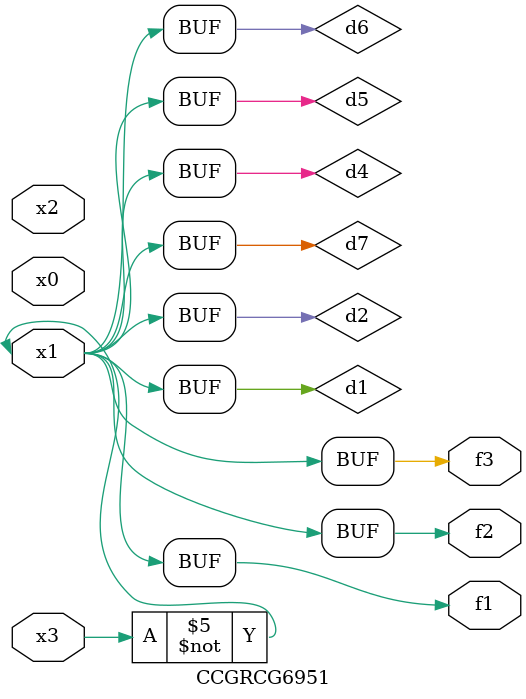
<source format=v>
module CCGRCG6951(
	input x0, x1, x2, x3,
	output f1, f2, f3
);

	wire d1, d2, d3, d4, d5, d6, d7;

	not (d1, x3);
	buf (d2, x1);
	xnor (d3, d1, d2);
	nor (d4, d1);
	buf (d5, d1, d2);
	buf (d6, d4, d5);
	nand (d7, d4);
	assign f1 = d6;
	assign f2 = d7;
	assign f3 = d6;
endmodule

</source>
